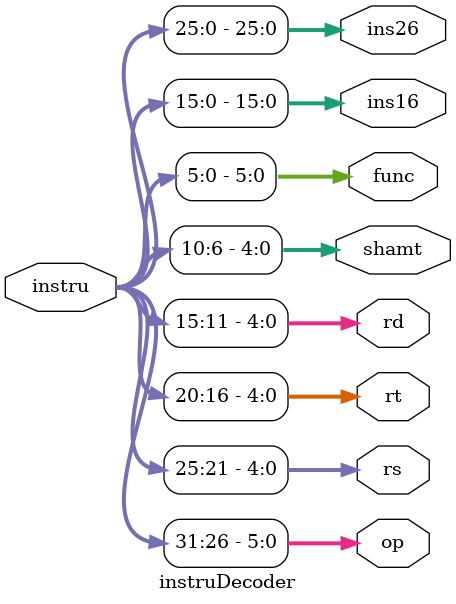
<source format=v>
`timescale 1ns / 1ps
module instruDecoder(instru, op,rs,rt,rd,shamt,func,ins16,ins26);
    input [31:0]instru; //指令
    output  [5:0] op;
    output  [4:0] rs;
    output [4:0] rt;
    output [4:0] rd;
    output [4:0] shamt;
    output [5:0] func;
    output [15:0] ins16;
    output [25:0] ins26;
    assign op = instru[31:26];
    assign rs = instru[25:21];
    assign rt = instru[20:16];
    assign rd = instru[15:11];
    assign shamt = instru[10:6];
    assign func = instru[5:0];
    assign ins16 = instru[15:0];
    assign ins26 = instru[25:0];
endmodule
</source>
